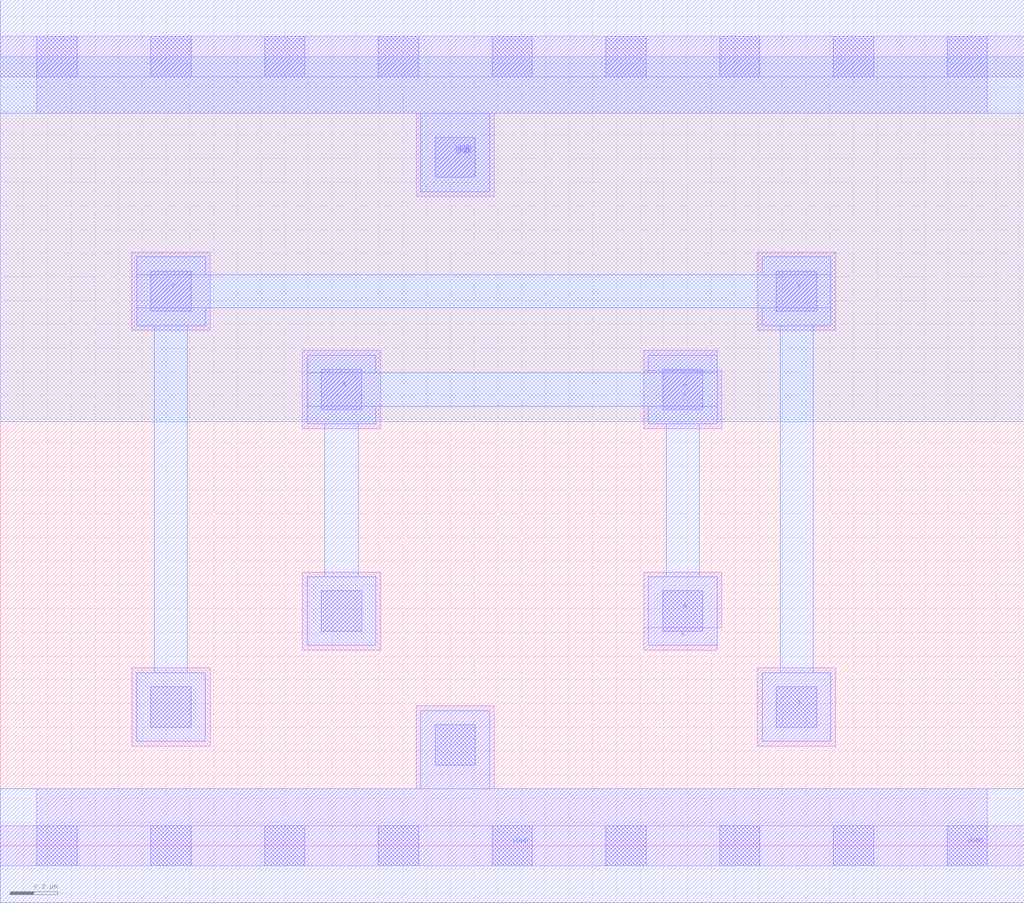
<source format=lef>
VERSION 5.7 ;
  NOWIREEXTENSIONATPIN ON ;
  DIVIDERCHAR "/" ;
  BUSBITCHARS "[]" ;
MACRO INVX4
  CLASS CORE ;
  FOREIGN INVX4 ;
  ORIGIN 0.000 0.000 ;
  SIZE 4.320 BY 3.330 ;
  SYMMETRY X Y ;
  SITE unit ;
  PIN A
    ANTENNAGATEAREA 0.378000 ;
    PORT
      LAYER met1 ;
        RECT 1.295 1.995 1.585 2.070 ;
        RECT 2.735 1.995 3.025 2.070 ;
        RECT 1.295 1.855 3.025 1.995 ;
        RECT 1.295 1.780 1.585 1.855 ;
        RECT 2.735 1.780 3.025 1.855 ;
        RECT 1.370 1.135 1.510 1.780 ;
        RECT 2.810 1.135 2.950 1.780 ;
        RECT 1.295 0.845 1.585 1.135 ;
        RECT 2.735 0.845 3.025 1.135 ;
    END
    PORT
      LAYER li1 ;
        RECT 2.715 0.920 3.045 1.155 ;
        RECT 2.715 0.825 3.025 0.920 ;
      LAYER mcon ;
        RECT 2.795 0.905 2.965 1.075 ;
    END
    PORT
      LAYER li1 ;
        RECT 1.275 1.760 1.605 2.090 ;
      LAYER mcon ;
        RECT 1.355 1.840 1.525 2.010 ;
    END
    PORT
      LAYER li1 ;
        RECT 2.715 2.005 3.025 2.090 ;
        RECT 2.715 1.760 3.045 2.005 ;
      LAYER mcon ;
        RECT 2.795 1.840 2.965 2.010 ;
    END
  END A
  PIN VGND
    ANTENNADIFFAREA 0.541800 ;
    PORT
      LAYER met1 ;
        RECT 1.775 0.240 2.065 0.570 ;
        RECT 0.000 -0.240 4.320 0.240 ;
    END
    PORT
      LAYER li1 ;
        RECT 1.755 0.240 2.085 0.590 ;
        RECT 0.155 0.085 4.165 0.240 ;
        RECT 0.000 -0.085 4.320 0.085 ;
      LAYER mcon ;
        RECT 1.835 0.340 2.005 0.510 ;
        RECT 0.155 -0.085 0.325 0.085 ;
        RECT 0.635 -0.085 0.805 0.085 ;
        RECT 1.115 -0.085 1.285 0.085 ;
        RECT 1.595 -0.085 1.765 0.085 ;
        RECT 2.075 -0.085 2.245 0.085 ;
        RECT 2.555 -0.085 2.725 0.085 ;
        RECT 3.035 -0.085 3.205 0.085 ;
        RECT 3.515 -0.085 3.685 0.085 ;
        RECT 3.995 -0.085 4.165 0.085 ;
    END
    PORT
      LAYER met1 ;
        RECT 0.000 3.090 4.320 3.570 ;
        RECT 1.775 2.760 2.065 3.090 ;
    END
  END VGND
  PIN VPWR
    ANTENNADIFFAREA 1.083600 ;
    PORT
      LAYER li1 ;
        RECT 0.000 3.245 4.320 3.415 ;
        RECT 0.155 3.090 4.165 3.245 ;
        RECT 1.755 2.740 2.085 3.090 ;
      LAYER mcon ;
        RECT 0.155 3.245 0.325 3.415 ;
        RECT 0.635 3.245 0.805 3.415 ;
        RECT 1.115 3.245 1.285 3.415 ;
        RECT 1.595 3.245 1.765 3.415 ;
        RECT 2.075 3.245 2.245 3.415 ;
        RECT 2.555 3.245 2.725 3.415 ;
        RECT 3.035 3.245 3.205 3.415 ;
        RECT 3.515 3.245 3.685 3.415 ;
        RECT 3.995 3.245 4.165 3.415 ;
        RECT 1.835 2.820 2.005 2.990 ;
    END
  END VPWR
  PIN Y
    ANTENNADIFFAREA 2.063300 ;
    PORT
      LAYER met1 ;
        RECT 0.575 2.410 0.865 2.485 ;
        RECT 3.215 2.410 3.505 2.485 ;
        RECT 0.575 2.270 3.505 2.410 ;
        RECT 0.575 2.195 0.865 2.270 ;
        RECT 3.215 2.195 3.505 2.270 ;
        RECT 0.650 0.730 0.790 2.195 ;
        RECT 3.290 0.730 3.430 2.195 ;
        RECT 0.575 0.440 0.865 0.730 ;
        RECT 3.215 0.440 3.505 0.730 ;
    END
    PORT
      LAYER li1 ;
        RECT 3.195 0.420 3.525 0.750 ;
      LAYER mcon ;
        RECT 3.275 0.500 3.445 0.670 ;
    END
    PORT
      LAYER li1 ;
        RECT 0.555 2.175 0.885 2.505 ;
      LAYER mcon ;
        RECT 0.635 2.255 0.805 2.425 ;
    END
    PORT
      LAYER li1 ;
        RECT 3.195 2.175 3.525 2.505 ;
      LAYER mcon ;
        RECT 3.275 2.255 3.445 2.425 ;
    END
  END Y
  OBS
      LAYER nwell ;
        RECT 0.000 1.790 4.320 3.330 ;
      LAYER li1 ;
        RECT 1.275 0.825 1.605 1.155 ;
        RECT 0.555 0.420 0.885 0.750 ;
      LAYER mcon ;
        RECT 1.355 0.905 1.525 1.075 ;
        RECT 0.635 0.500 0.805 0.670 ;
  END
END INVX4
END LIBRARY


</source>
